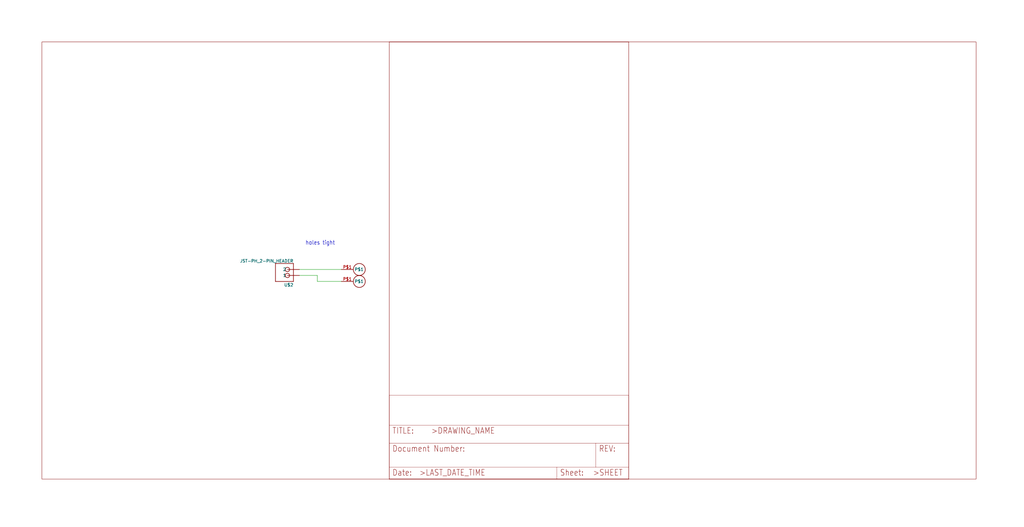
<source format=kicad_sch>
(kicad_sch (version 20211123) (generator eeschema)
  (paper "User" 434.34 223.571)
  (lib_symbols
    (symbol "weaver_btn-eagle-import:BUTTON_PAD"
      (symbol "BUTTON_PAD_1_0"
        (circle (center 0 0) (radius 2.54) (stroke (width 0.254)))
        (pin bidirectional line (at -7.62 0 0) (length 5.08) (name "P$1") (number "P$1"))
      )
    )
    (symbol "weaver_btn-eagle-import:JST-PH_2-PIN_HEADER"
      (property "Value" "JST-PH_2-PIN_HEADER" (at -5.08 -4.318 0))
      (symbol "JST-PH_2-PIN_HEADER_1_0"
        (circle (center -2.54 0) (radius 0.9158) (stroke (width 0.254)))
        (circle (center -2.54 2.54) (radius 0.9158) (stroke (width 0.254)))
        (polyline (pts (xy -5.08 -2.54) (xy -5.08 5.08)) (stroke (width 0.254)))
        (polyline (pts (xy -5.08 5.08) (xy 2.54 5.08)) (stroke (width 0.254)))
        (polyline (pts (xy 2.54 -2.54) (xy -5.08 -2.54)) (stroke (width 0.254)))
        (polyline (pts (xy 2.54 5.08) (xy 2.54 -2.54)) (stroke (width 0.254)))
        (pin bidirectional line (at -7.62 2.54 0) (length 5.08) (name "1") (number "P1"))
        (pin bidirectional line (at -7.62 0 0) (length 5.08) (name "2") (number "P2"))
      )
    )
    (symbol "weaver_btn-eagle-import:LETTER_L"
      (symbol "LETTER_L_0_0"
        (polyline (pts (xy 0 0) (xy 248.92 0) (xy 248.92 185.42) (xy 0 185.42) (xy 0 0)))
      )
      (symbol "LETTER_L_2_0"
        (polyline (pts (xy 0 0) (xy 0 5.08)) (stroke (width 0.1016)))
        (polyline (pts (xy 0 0) (xy 71.12 0)) (stroke (width 0.1016)))
        (polyline (pts (xy 0 5.08) (xy 0 15.24)) (stroke (width 0.1016)))
        (polyline (pts (xy 0 5.08) (xy 71.12 5.08)) (stroke (width 0.1016)))
        (polyline (pts (xy 0 15.24) (xy 0 22.86)) (stroke (width 0.1016)))
        (polyline (pts (xy 0 22.86) (xy 0 35.56)) (stroke (width 0.1016)))
        (polyline (pts (xy 0 22.86) (xy 101.6 22.86)) (stroke (width 0.1016)))
        (polyline (pts (xy 71.12 0) (xy 101.6 0)) (stroke (width 0.1016)))
        (polyline (pts (xy 71.12 5.08) (xy 71.12 0)) (stroke (width 0.1016)))
        (polyline (pts (xy 71.12 5.08) (xy 87.63 5.08)) (stroke (width 0.1016)))
        (polyline (pts (xy 87.63 5.08) (xy 101.6 5.08)) (stroke (width 0.1016)))
        (polyline (pts (xy 87.63 15.24) (xy 0 15.24)) (stroke (width 0.1016)))
        (polyline (pts (xy 87.63 15.24) (xy 87.63 5.08)) (stroke (width 0.1016)))
        (polyline (pts (xy 101.6 5.08) (xy 101.6 0)) (stroke (width 0.1016)))
        (polyline (pts (xy 101.6 15.24) (xy 87.63 15.24)) (stroke (width 0.1016)))
        (polyline (pts (xy 101.6 15.24) (xy 101.6 5.08)) (stroke (width 0.1016)))
        (polyline (pts (xy 101.6 22.86) (xy 101.6 15.24)) (stroke (width 0.1016)))
        (polyline (pts (xy 101.6 35.56) (xy 0 35.56)) (stroke (width 0.1016)))
        (polyline (pts (xy 101.6 35.56) (xy 101.6 22.86)) (stroke (width 0.1016)))
        (text ">DRAWING_NAME" (at 17.78 19.05 0) (effects (font (size 2.54 2.159)) (justify left bottom)))
        (text ">LAST_DATE_TIME" (at 12.7 1.27 0) (effects (font (size 2.54 2.159)) (justify left bottom)))
        (text ">SHEET" (at 86.36 1.27 0) (effects (font (size 2.54 2.159)) (justify left bottom)))
        (text "Date:" (at 1.27 1.27 0) (effects (font (size 2.54 2.159)) (justify left bottom)))
        (text "Document Number:" (at 1.27 11.43 0) (effects (font (size 2.54 2.159)) (justify left bottom)))
        (text "REV:" (at 88.9 11.43 0) (effects (font (size 2.54 2.159)) (justify left bottom)))
        (text "Sheet:" (at 72.39 1.27 0) (effects (font (size 2.54 2.159)) (justify left bottom)))
        (text "TITLE:" (at 1.27 19.05 0) (effects (font (size 2.54 2.159)) (justify left bottom)))
      )
    )
  )
  (wire (pts (xy 144.78 119.38) (xy 134.62 119.38)))
  (wire (pts (xy 134.62 116.84) (xy 127 116.84)))
  (wire (pts (xy 134.62 119.38) (xy 134.62 116.84)))
  (wire (pts (xy 127 114.3) (xy 144.78 114.3)))
  (text "holes tight" (at 129.54 104.14 180) (effects (font (size 1.778 1.5113)) (justify left bottom)))
  (symbol (lib_id "weaver_btn-eagle-import:BUTTON_PAD") (at 152.4 114.3 0) (unit 1)
    (property "Reference" "U$1" (effects hide))
    (property "Value" "BUTTON_PAD" (effects hide))
    (property "Footprint" "weaver_btn:BUTTON_PAD" (effects hide))
  )
  (symbol (lib_id "weaver_btn-eagle-import:LETTER_L") (at 165.1 203.2 0) (unit 2)
    (property "Reference" "#FRAME1" (effects hide))
    (property "Value" "LETTER_L" (effects hide))
    (property "Footprint" "weaver_btn:" (effects hide))
  )
  (symbol (lib_id "weaver_btn-eagle-import:LETTER_L") (at 17.78 203.2 0) (unit 1)
    (property "Reference" "#FRAME1" (effects hide))
    (property "Value" "LETTER_L" (effects hide))
    (property "Footprint" "weaver_btn:" (effects hide))
  )
  (symbol (lib_id "weaver_btn-eagle-import:JST-PH_2-PIN_HEADER") (at 119.38 114.3 180) (unit 1)
    (property "Reference" "U$2" (at 124.46 120.142 0) (effects (justify left bottom)))
    (property "Value" "JST-PH_2-PIN_HEADER" (at 124.46 109.982 0) (effects (justify left bottom)))
    (property "Footprint" "weaver_btn:JST_B2B-PH_HEADER" (effects hide))
  )
  (symbol (lib_id "weaver_btn-eagle-import:BUTTON_PAD") (at 152.4 119.38 0) (unit 1)
    (property "Reference" "U$3" (effects hide))
    (property "Value" "BUTTON_PAD" (effects hide))
    (property "Footprint" "weaver_btn:BUTTON_PAD" (effects hide))
  )
)
</source>
